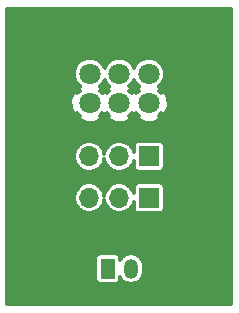
<source format=gbl>
G04 #@! TF.FileFunction,Copper,L2,Bot,Signal*
%FSLAX46Y46*%
G04 Gerber Fmt 4.6, Leading zero omitted, Abs format (unit mm)*
G04 Created by KiCad (PCBNEW 4.0.4-1.fc24-product) date Thu Mar  1 10:32:11 2018*
%MOMM*%
%LPD*%
G01*
G04 APERTURE LIST*
%ADD10C,0.100000*%
%ADD11R,1.200000X1.700000*%
%ADD12O,1.200000X1.700000*%
%ADD13R,1.700000X1.700000*%
%ADD14O,1.700000X1.700000*%
%ADD15C,1.800000*%
%ADD16C,0.300000*%
G04 APERTURE END LIST*
D10*
D11*
X147000000Y-98500000D03*
D12*
X149000000Y-98500000D03*
D13*
X150540000Y-89000000D03*
D14*
X148000000Y-89000000D03*
X145460000Y-89000000D03*
D13*
X150540000Y-92500000D03*
D14*
X148000000Y-92500000D03*
X145460000Y-92500000D03*
D15*
X150500000Y-82000000D03*
X148000000Y-82000000D03*
X145500000Y-82000000D03*
X150500000Y-84500000D03*
X148000000Y-84500000D03*
X145500000Y-84500000D03*
D16*
G36*
X157475000Y-101475000D02*
X138525000Y-101475000D01*
X138525000Y-97650000D01*
X145941184Y-97650000D01*
X145941184Y-99350000D01*
X145972562Y-99516760D01*
X146071117Y-99669919D01*
X146221495Y-99772668D01*
X146400000Y-99808816D01*
X147600000Y-99808816D01*
X147766760Y-99777438D01*
X147919919Y-99678883D01*
X148022668Y-99528505D01*
X148058816Y-99350000D01*
X148058816Y-99220524D01*
X148257538Y-99517931D01*
X148598182Y-99745543D01*
X149000000Y-99825469D01*
X149401818Y-99745543D01*
X149742462Y-99517931D01*
X149970074Y-99177287D01*
X150050000Y-98775469D01*
X150050000Y-98224531D01*
X149970074Y-97822713D01*
X149742462Y-97482069D01*
X149401818Y-97254457D01*
X149000000Y-97174531D01*
X148598182Y-97254457D01*
X148257538Y-97482069D01*
X148058816Y-97779476D01*
X148058816Y-97650000D01*
X148027438Y-97483240D01*
X147928883Y-97330081D01*
X147778505Y-97227332D01*
X147600000Y-97191184D01*
X146400000Y-97191184D01*
X146233240Y-97222562D01*
X146080081Y-97321117D01*
X145977332Y-97471495D01*
X145941184Y-97650000D01*
X138525000Y-97650000D01*
X138525000Y-92474531D01*
X144160000Y-92474531D01*
X144160000Y-92525469D01*
X144258957Y-93022957D01*
X144540761Y-93444708D01*
X144962512Y-93726512D01*
X145460000Y-93825469D01*
X145957488Y-93726512D01*
X146379239Y-93444708D01*
X146661043Y-93022957D01*
X146730000Y-92676288D01*
X146798957Y-93022957D01*
X147080761Y-93444708D01*
X147502512Y-93726512D01*
X148000000Y-93825469D01*
X148497488Y-93726512D01*
X148919239Y-93444708D01*
X149201043Y-93022957D01*
X149231184Y-92871429D01*
X149231184Y-93350000D01*
X149262562Y-93516760D01*
X149361117Y-93669919D01*
X149511495Y-93772668D01*
X149690000Y-93808816D01*
X151390000Y-93808816D01*
X151556760Y-93777438D01*
X151709919Y-93678883D01*
X151812668Y-93528505D01*
X151848816Y-93350000D01*
X151848816Y-91650000D01*
X151817438Y-91483240D01*
X151718883Y-91330081D01*
X151568505Y-91227332D01*
X151390000Y-91191184D01*
X149690000Y-91191184D01*
X149523240Y-91222562D01*
X149370081Y-91321117D01*
X149267332Y-91471495D01*
X149231184Y-91650000D01*
X149231184Y-92128571D01*
X149201043Y-91977043D01*
X148919239Y-91555292D01*
X148497488Y-91273488D01*
X148000000Y-91174531D01*
X147502512Y-91273488D01*
X147080761Y-91555292D01*
X146798957Y-91977043D01*
X146730000Y-92323712D01*
X146661043Y-91977043D01*
X146379239Y-91555292D01*
X145957488Y-91273488D01*
X145460000Y-91174531D01*
X144962512Y-91273488D01*
X144540761Y-91555292D01*
X144258957Y-91977043D01*
X144160000Y-92474531D01*
X138525000Y-92474531D01*
X138525000Y-88974531D01*
X144160000Y-88974531D01*
X144160000Y-89025469D01*
X144258957Y-89522957D01*
X144540761Y-89944708D01*
X144962512Y-90226512D01*
X145460000Y-90325469D01*
X145957488Y-90226512D01*
X146379239Y-89944708D01*
X146661043Y-89522957D01*
X146730000Y-89176288D01*
X146798957Y-89522957D01*
X147080761Y-89944708D01*
X147502512Y-90226512D01*
X148000000Y-90325469D01*
X148497488Y-90226512D01*
X148919239Y-89944708D01*
X149201043Y-89522957D01*
X149231184Y-89371429D01*
X149231184Y-89850000D01*
X149262562Y-90016760D01*
X149361117Y-90169919D01*
X149511495Y-90272668D01*
X149690000Y-90308816D01*
X151390000Y-90308816D01*
X151556760Y-90277438D01*
X151709919Y-90178883D01*
X151812668Y-90028505D01*
X151848816Y-89850000D01*
X151848816Y-88150000D01*
X151817438Y-87983240D01*
X151718883Y-87830081D01*
X151568505Y-87727332D01*
X151390000Y-87691184D01*
X149690000Y-87691184D01*
X149523240Y-87722562D01*
X149370081Y-87821117D01*
X149267332Y-87971495D01*
X149231184Y-88150000D01*
X149231184Y-88628571D01*
X149201043Y-88477043D01*
X148919239Y-88055292D01*
X148497488Y-87773488D01*
X148000000Y-87674531D01*
X147502512Y-87773488D01*
X147080761Y-88055292D01*
X146798957Y-88477043D01*
X146730000Y-88823712D01*
X146661043Y-88477043D01*
X146379239Y-88055292D01*
X145957488Y-87773488D01*
X145460000Y-87674531D01*
X144962512Y-87773488D01*
X144540761Y-88055292D01*
X144258957Y-88477043D01*
X144160000Y-88974531D01*
X138525000Y-88974531D01*
X138525000Y-84254689D01*
X143835657Y-84254689D01*
X143868471Y-84910279D01*
X144056224Y-85363554D01*
X144342268Y-85445600D01*
X144439432Y-85348436D01*
X144651379Y-85560753D01*
X144554400Y-85657732D01*
X144636446Y-85943776D01*
X145254689Y-86164343D01*
X145910279Y-86131529D01*
X146363554Y-85943776D01*
X146445600Y-85657732D01*
X146348436Y-85560568D01*
X146553173Y-85356188D01*
X146556224Y-85363554D01*
X146583513Y-85371381D01*
X146657732Y-85445600D01*
X146750000Y-85419135D01*
X146842268Y-85445600D01*
X146916487Y-85371381D01*
X146943776Y-85363554D01*
X146946606Y-85355623D01*
X147151379Y-85560753D01*
X147054400Y-85657732D01*
X147136446Y-85943776D01*
X147754689Y-86164343D01*
X148410279Y-86131529D01*
X148863554Y-85943776D01*
X148945600Y-85657732D01*
X148848436Y-85560568D01*
X149053173Y-85356188D01*
X149056224Y-85363554D01*
X149083513Y-85371381D01*
X149157732Y-85445600D01*
X149250000Y-85419135D01*
X149342268Y-85445600D01*
X149416487Y-85371381D01*
X149443776Y-85363554D01*
X149446606Y-85355623D01*
X149651379Y-85560753D01*
X149554400Y-85657732D01*
X149636446Y-85943776D01*
X150254689Y-86164343D01*
X150910279Y-86131529D01*
X151363554Y-85943776D01*
X151445600Y-85657732D01*
X151348436Y-85560568D01*
X151560753Y-85348621D01*
X151657732Y-85445600D01*
X151943776Y-85363554D01*
X152164343Y-84745311D01*
X152131529Y-84089721D01*
X151943776Y-83636446D01*
X151657732Y-83554400D01*
X151560568Y-83651564D01*
X151348621Y-83439247D01*
X151445600Y-83342268D01*
X151363554Y-83056224D01*
X151355623Y-83053394D01*
X151643807Y-82765712D01*
X151849765Y-82269710D01*
X151850234Y-81732647D01*
X151645142Y-81236285D01*
X151265712Y-80856193D01*
X150769710Y-80650235D01*
X150232647Y-80649766D01*
X149736285Y-80854858D01*
X149356193Y-81234288D01*
X149249993Y-81490045D01*
X149145142Y-81236285D01*
X148765712Y-80856193D01*
X148269710Y-80650235D01*
X147732647Y-80649766D01*
X147236285Y-80854858D01*
X146856193Y-81234288D01*
X146749993Y-81490045D01*
X146645142Y-81236285D01*
X146265712Y-80856193D01*
X145769710Y-80650235D01*
X145232647Y-80649766D01*
X144736285Y-80854858D01*
X144356193Y-81234288D01*
X144150235Y-81730290D01*
X144149766Y-82267353D01*
X144354858Y-82763715D01*
X144643812Y-83053173D01*
X144636446Y-83056224D01*
X144554400Y-83342268D01*
X144651564Y-83439432D01*
X144439247Y-83651379D01*
X144342268Y-83554400D01*
X144056224Y-83636446D01*
X143835657Y-84254689D01*
X138525000Y-84254689D01*
X138525000Y-76525000D01*
X157475000Y-76525000D01*
X157475000Y-101475000D01*
X157475000Y-101475000D01*
G37*
X157475000Y-101475000D02*
X138525000Y-101475000D01*
X138525000Y-97650000D01*
X145941184Y-97650000D01*
X145941184Y-99350000D01*
X145972562Y-99516760D01*
X146071117Y-99669919D01*
X146221495Y-99772668D01*
X146400000Y-99808816D01*
X147600000Y-99808816D01*
X147766760Y-99777438D01*
X147919919Y-99678883D01*
X148022668Y-99528505D01*
X148058816Y-99350000D01*
X148058816Y-99220524D01*
X148257538Y-99517931D01*
X148598182Y-99745543D01*
X149000000Y-99825469D01*
X149401818Y-99745543D01*
X149742462Y-99517931D01*
X149970074Y-99177287D01*
X150050000Y-98775469D01*
X150050000Y-98224531D01*
X149970074Y-97822713D01*
X149742462Y-97482069D01*
X149401818Y-97254457D01*
X149000000Y-97174531D01*
X148598182Y-97254457D01*
X148257538Y-97482069D01*
X148058816Y-97779476D01*
X148058816Y-97650000D01*
X148027438Y-97483240D01*
X147928883Y-97330081D01*
X147778505Y-97227332D01*
X147600000Y-97191184D01*
X146400000Y-97191184D01*
X146233240Y-97222562D01*
X146080081Y-97321117D01*
X145977332Y-97471495D01*
X145941184Y-97650000D01*
X138525000Y-97650000D01*
X138525000Y-92474531D01*
X144160000Y-92474531D01*
X144160000Y-92525469D01*
X144258957Y-93022957D01*
X144540761Y-93444708D01*
X144962512Y-93726512D01*
X145460000Y-93825469D01*
X145957488Y-93726512D01*
X146379239Y-93444708D01*
X146661043Y-93022957D01*
X146730000Y-92676288D01*
X146798957Y-93022957D01*
X147080761Y-93444708D01*
X147502512Y-93726512D01*
X148000000Y-93825469D01*
X148497488Y-93726512D01*
X148919239Y-93444708D01*
X149201043Y-93022957D01*
X149231184Y-92871429D01*
X149231184Y-93350000D01*
X149262562Y-93516760D01*
X149361117Y-93669919D01*
X149511495Y-93772668D01*
X149690000Y-93808816D01*
X151390000Y-93808816D01*
X151556760Y-93777438D01*
X151709919Y-93678883D01*
X151812668Y-93528505D01*
X151848816Y-93350000D01*
X151848816Y-91650000D01*
X151817438Y-91483240D01*
X151718883Y-91330081D01*
X151568505Y-91227332D01*
X151390000Y-91191184D01*
X149690000Y-91191184D01*
X149523240Y-91222562D01*
X149370081Y-91321117D01*
X149267332Y-91471495D01*
X149231184Y-91650000D01*
X149231184Y-92128571D01*
X149201043Y-91977043D01*
X148919239Y-91555292D01*
X148497488Y-91273488D01*
X148000000Y-91174531D01*
X147502512Y-91273488D01*
X147080761Y-91555292D01*
X146798957Y-91977043D01*
X146730000Y-92323712D01*
X146661043Y-91977043D01*
X146379239Y-91555292D01*
X145957488Y-91273488D01*
X145460000Y-91174531D01*
X144962512Y-91273488D01*
X144540761Y-91555292D01*
X144258957Y-91977043D01*
X144160000Y-92474531D01*
X138525000Y-92474531D01*
X138525000Y-88974531D01*
X144160000Y-88974531D01*
X144160000Y-89025469D01*
X144258957Y-89522957D01*
X144540761Y-89944708D01*
X144962512Y-90226512D01*
X145460000Y-90325469D01*
X145957488Y-90226512D01*
X146379239Y-89944708D01*
X146661043Y-89522957D01*
X146730000Y-89176288D01*
X146798957Y-89522957D01*
X147080761Y-89944708D01*
X147502512Y-90226512D01*
X148000000Y-90325469D01*
X148497488Y-90226512D01*
X148919239Y-89944708D01*
X149201043Y-89522957D01*
X149231184Y-89371429D01*
X149231184Y-89850000D01*
X149262562Y-90016760D01*
X149361117Y-90169919D01*
X149511495Y-90272668D01*
X149690000Y-90308816D01*
X151390000Y-90308816D01*
X151556760Y-90277438D01*
X151709919Y-90178883D01*
X151812668Y-90028505D01*
X151848816Y-89850000D01*
X151848816Y-88150000D01*
X151817438Y-87983240D01*
X151718883Y-87830081D01*
X151568505Y-87727332D01*
X151390000Y-87691184D01*
X149690000Y-87691184D01*
X149523240Y-87722562D01*
X149370081Y-87821117D01*
X149267332Y-87971495D01*
X149231184Y-88150000D01*
X149231184Y-88628571D01*
X149201043Y-88477043D01*
X148919239Y-88055292D01*
X148497488Y-87773488D01*
X148000000Y-87674531D01*
X147502512Y-87773488D01*
X147080761Y-88055292D01*
X146798957Y-88477043D01*
X146730000Y-88823712D01*
X146661043Y-88477043D01*
X146379239Y-88055292D01*
X145957488Y-87773488D01*
X145460000Y-87674531D01*
X144962512Y-87773488D01*
X144540761Y-88055292D01*
X144258957Y-88477043D01*
X144160000Y-88974531D01*
X138525000Y-88974531D01*
X138525000Y-84254689D01*
X143835657Y-84254689D01*
X143868471Y-84910279D01*
X144056224Y-85363554D01*
X144342268Y-85445600D01*
X144439432Y-85348436D01*
X144651379Y-85560753D01*
X144554400Y-85657732D01*
X144636446Y-85943776D01*
X145254689Y-86164343D01*
X145910279Y-86131529D01*
X146363554Y-85943776D01*
X146445600Y-85657732D01*
X146348436Y-85560568D01*
X146553173Y-85356188D01*
X146556224Y-85363554D01*
X146583513Y-85371381D01*
X146657732Y-85445600D01*
X146750000Y-85419135D01*
X146842268Y-85445600D01*
X146916487Y-85371381D01*
X146943776Y-85363554D01*
X146946606Y-85355623D01*
X147151379Y-85560753D01*
X147054400Y-85657732D01*
X147136446Y-85943776D01*
X147754689Y-86164343D01*
X148410279Y-86131529D01*
X148863554Y-85943776D01*
X148945600Y-85657732D01*
X148848436Y-85560568D01*
X149053173Y-85356188D01*
X149056224Y-85363554D01*
X149083513Y-85371381D01*
X149157732Y-85445600D01*
X149250000Y-85419135D01*
X149342268Y-85445600D01*
X149416487Y-85371381D01*
X149443776Y-85363554D01*
X149446606Y-85355623D01*
X149651379Y-85560753D01*
X149554400Y-85657732D01*
X149636446Y-85943776D01*
X150254689Y-86164343D01*
X150910279Y-86131529D01*
X151363554Y-85943776D01*
X151445600Y-85657732D01*
X151348436Y-85560568D01*
X151560753Y-85348621D01*
X151657732Y-85445600D01*
X151943776Y-85363554D01*
X152164343Y-84745311D01*
X152131529Y-84089721D01*
X151943776Y-83636446D01*
X151657732Y-83554400D01*
X151560568Y-83651564D01*
X151348621Y-83439247D01*
X151445600Y-83342268D01*
X151363554Y-83056224D01*
X151355623Y-83053394D01*
X151643807Y-82765712D01*
X151849765Y-82269710D01*
X151850234Y-81732647D01*
X151645142Y-81236285D01*
X151265712Y-80856193D01*
X150769710Y-80650235D01*
X150232647Y-80649766D01*
X149736285Y-80854858D01*
X149356193Y-81234288D01*
X149249993Y-81490045D01*
X149145142Y-81236285D01*
X148765712Y-80856193D01*
X148269710Y-80650235D01*
X147732647Y-80649766D01*
X147236285Y-80854858D01*
X146856193Y-81234288D01*
X146749993Y-81490045D01*
X146645142Y-81236285D01*
X146265712Y-80856193D01*
X145769710Y-80650235D01*
X145232647Y-80649766D01*
X144736285Y-80854858D01*
X144356193Y-81234288D01*
X144150235Y-81730290D01*
X144149766Y-82267353D01*
X144354858Y-82763715D01*
X144643812Y-83053173D01*
X144636446Y-83056224D01*
X144554400Y-83342268D01*
X144651564Y-83439432D01*
X144439247Y-83651379D01*
X144342268Y-83554400D01*
X144056224Y-83636446D01*
X143835657Y-84254689D01*
X138525000Y-84254689D01*
X138525000Y-76525000D01*
X157475000Y-76525000D01*
X157475000Y-101475000D01*
G36*
X146854858Y-82763715D02*
X147143812Y-83053173D01*
X147136446Y-83056224D01*
X147054400Y-83342268D01*
X147151564Y-83439432D01*
X146946827Y-83643812D01*
X146943776Y-83636446D01*
X146916487Y-83628619D01*
X146842268Y-83554400D01*
X146750000Y-83580865D01*
X146657732Y-83554400D01*
X146583513Y-83628619D01*
X146556224Y-83636446D01*
X146553394Y-83644377D01*
X146348621Y-83439247D01*
X146445600Y-83342268D01*
X146363554Y-83056224D01*
X146355623Y-83053394D01*
X146643807Y-82765712D01*
X146750007Y-82509955D01*
X146854858Y-82763715D01*
X146854858Y-82763715D01*
G37*
X146854858Y-82763715D02*
X147143812Y-83053173D01*
X147136446Y-83056224D01*
X147054400Y-83342268D01*
X147151564Y-83439432D01*
X146946827Y-83643812D01*
X146943776Y-83636446D01*
X146916487Y-83628619D01*
X146842268Y-83554400D01*
X146750000Y-83580865D01*
X146657732Y-83554400D01*
X146583513Y-83628619D01*
X146556224Y-83636446D01*
X146553394Y-83644377D01*
X146348621Y-83439247D01*
X146445600Y-83342268D01*
X146363554Y-83056224D01*
X146355623Y-83053394D01*
X146643807Y-82765712D01*
X146750007Y-82509955D01*
X146854858Y-82763715D01*
G36*
X149354858Y-82763715D02*
X149643812Y-83053173D01*
X149636446Y-83056224D01*
X149554400Y-83342268D01*
X149651564Y-83439432D01*
X149446827Y-83643812D01*
X149443776Y-83636446D01*
X149416487Y-83628619D01*
X149342268Y-83554400D01*
X149250000Y-83580865D01*
X149157732Y-83554400D01*
X149083513Y-83628619D01*
X149056224Y-83636446D01*
X149053394Y-83644377D01*
X148848621Y-83439247D01*
X148945600Y-83342268D01*
X148863554Y-83056224D01*
X148855623Y-83053394D01*
X149143807Y-82765712D01*
X149250007Y-82509955D01*
X149354858Y-82763715D01*
X149354858Y-82763715D01*
G37*
X149354858Y-82763715D02*
X149643812Y-83053173D01*
X149636446Y-83056224D01*
X149554400Y-83342268D01*
X149651564Y-83439432D01*
X149446827Y-83643812D01*
X149443776Y-83636446D01*
X149416487Y-83628619D01*
X149342268Y-83554400D01*
X149250000Y-83580865D01*
X149157732Y-83554400D01*
X149083513Y-83628619D01*
X149056224Y-83636446D01*
X149053394Y-83644377D01*
X148848621Y-83439247D01*
X148945600Y-83342268D01*
X148863554Y-83056224D01*
X148855623Y-83053394D01*
X149143807Y-82765712D01*
X149250007Y-82509955D01*
X149354858Y-82763715D01*
M02*

</source>
